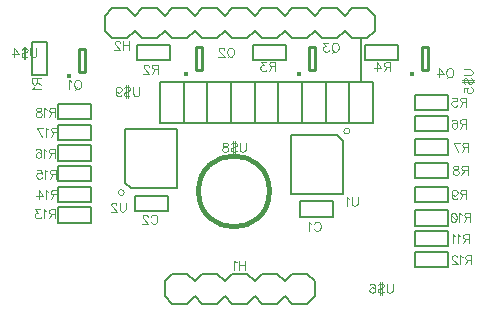
<source format=gbo>
G04 DipTrace 3.2.0.1*
G04 td_display_uBraidsII_bigtrans.GBO*
%MOIN*%
G04 #@! TF.FileFunction,Legend,Bot*
G04 #@! TF.Part,Single*
%ADD10C,0.009843*%
%ADD15C,0.005*%
%ADD17C,0.000013*%
%ADD21C,0.015424*%
%ADD23C,0.015748*%
%ADD35C,0.004632*%
%FSLAX26Y26*%
G04*
G70*
G90*
G75*
G01*
G04 BotSilk*
%LPD*%
X1492425Y683370D2*
D15*
X1382189D1*
X1492425Y734551D2*
X1382189D1*
Y683370D2*
Y734551D1*
X1492425Y683370D2*
Y734551D1*
X831008Y754236D2*
X941244D1*
X831008Y703055D2*
X941244D1*
Y754236D2*
Y703055D1*
X831008Y754236D2*
Y703055D1*
X931402Y418213D2*
X956402Y393213D1*
X1006402D1*
X1031402Y418213D1*
X1056402Y393213D1*
X1106402D1*
X1131402Y418213D1*
X1156402Y393213D1*
X1206402D1*
X1231402Y418213D1*
X1256402Y393213D1*
X1306402D1*
X1331402Y418213D1*
X1356402Y393213D1*
X1406402D1*
X1431402Y418213D2*
Y468213D1*
X1406402Y493213D2*
X1356402D1*
X1331402Y468213D1*
X1306402Y493213D1*
X1256402D1*
X1231402Y468213D1*
X1206402Y493213D1*
X1156402D1*
X1131402Y468213D1*
X1106402Y493213D1*
X1056402D1*
X1031402Y468213D1*
X1006402Y493213D1*
X956402D1*
X931402Y468213D1*
Y418213D1*
X1406402Y393213D2*
X1431402Y418213D1*
Y468213D2*
X1406402Y493213D1*
X1631402Y1354039D2*
X1606382Y1379039D1*
X1556432D1*
X1531412Y1354039D1*
X1506392Y1379039D1*
X1456442D1*
X1431422Y1354039D1*
X1406402Y1379039D1*
X1356362D1*
X1331432Y1354039D1*
X1306412Y1379039D1*
X1256372D1*
X1231442Y1354039D1*
X1206422Y1379039D1*
X1156382D1*
X1131362Y1354039D1*
X1106432Y1379039D1*
X1056392D1*
X1031372Y1354039D1*
X1006442Y1379039D1*
X956402D1*
X931382Y1354039D1*
X906362Y1379039D1*
X856412D1*
X831392Y1354039D1*
X806372Y1379039D1*
X756422D1*
X731402Y1354039D1*
Y1304039D1*
X756422Y1279039D1*
X806372D1*
X831392Y1304039D1*
X856412Y1279039D1*
X906362D1*
X931382Y1304039D1*
X956402Y1279039D1*
X1006442D1*
X1031372Y1304039D1*
X1056392Y1279039D1*
X1106432D1*
X1131362Y1304039D1*
X1156382Y1279039D1*
X1206422D1*
X1231442Y1304039D1*
X1256372Y1279039D1*
X1306412D1*
X1331432Y1304039D1*
X1356362Y1279039D1*
X1406402D1*
X1431422Y1304039D1*
X1456442Y1279039D1*
X1506392D1*
X1531412Y1304039D1*
X1556432Y1279039D1*
X1606382D1*
X1631402Y1304039D1*
Y1354039D1*
D21*
X610970Y1152180D3*
X645371Y1165305D2*
D10*
Y1244052D1*
X665046D1*
Y1165305D1*
X645371D1*
D21*
X1000318Y1158430D3*
X1034719Y1171554D2*
D10*
Y1250301D1*
X1054394D1*
Y1171554D1*
X1034719D1*
D21*
X1377390Y1158430D3*
X1411791Y1171554D2*
D10*
Y1250301D1*
X1431465D1*
Y1171554D1*
X1411791D1*
D21*
X1755107Y1158430D3*
X1789508Y1171554D2*
D10*
Y1250301D1*
X1809183D1*
Y1171554D1*
X1789508D1*
X488096Y1156992D2*
D15*
Y1267228D1*
X539277Y1156992D2*
Y1267228D1*
X488096D2*
X539277D1*
X488096Y1156992D2*
X539277D1*
X948686Y1205024D2*
X838450D1*
X948686Y1256205D2*
X838450D1*
Y1205024D2*
Y1256205D1*
X948686Y1205024D2*
Y1256205D1*
X1334794Y1205024D2*
X1224558D1*
X1334794Y1256205D2*
X1224558D1*
Y1205024D2*
Y1256205D1*
X1334794Y1205024D2*
Y1256205D1*
X1708810Y1205024D2*
X1598573D1*
X1708810Y1256205D2*
X1598573D1*
Y1205024D2*
Y1256205D1*
X1708810Y1205024D2*
Y1256205D1*
X1876283Y1037701D2*
X1766047D1*
X1876283Y1088882D2*
X1766047D1*
Y1037701D2*
Y1088882D1*
X1876283Y1037701D2*
Y1088882D1*
Y968803D2*
X1766047D1*
X1876283Y1019984D2*
X1766047D1*
Y968803D2*
Y1019984D1*
X1876283Y968803D2*
Y1019984D1*
Y890063D2*
X1766047D1*
X1876283Y941244D2*
X1766047D1*
Y890063D2*
Y941244D1*
X1876283Y890063D2*
Y941244D1*
Y811323D2*
X1766047D1*
X1876283Y862504D2*
X1766047D1*
Y811323D2*
Y862504D1*
X1876283Y811323D2*
Y862504D1*
Y732583D2*
X1766047D1*
X1876283Y783764D2*
X1766047D1*
Y732583D2*
Y783764D1*
X1876283Y732583D2*
Y783764D1*
Y653843D2*
X1766047D1*
X1876283Y705024D2*
X1766047D1*
Y653843D2*
Y705024D1*
X1876283Y653843D2*
Y705024D1*
Y584945D2*
X1766047D1*
X1876283Y636126D2*
X1766047D1*
Y584945D2*
Y636126D1*
X1876283Y584945D2*
Y636126D1*
Y516047D2*
X1766047D1*
X1876283Y567228D2*
X1766047D1*
Y516047D2*
Y567228D1*
X1876283Y516047D2*
Y567228D1*
X575102Y714866D2*
X685339D1*
X575102Y663685D2*
X685339D1*
Y714866D2*
Y663685D1*
X575102Y714866D2*
Y663685D1*
Y783764D2*
X685339D1*
X575102Y732583D2*
X685339D1*
Y783764D2*
Y732583D1*
X575102Y783764D2*
Y732583D1*
Y852661D2*
X685339D1*
X575102Y801480D2*
X685339D1*
Y852661D2*
Y801480D1*
X575102Y852661D2*
Y801480D1*
Y921559D2*
X685339D1*
X575102Y870378D2*
X685339D1*
Y921559D2*
Y870378D1*
X575102Y921559D2*
Y870378D1*
Y990457D2*
X685339D1*
X575102Y939276D2*
X685339D1*
Y990457D2*
Y939276D1*
X575102Y990457D2*
Y939276D1*
Y1059354D2*
X685339D1*
X575102Y1008173D2*
X685339D1*
Y1059354D2*
Y1008173D1*
X575102Y1059354D2*
Y1008173D1*
X1043606Y768016D2*
D23*
G02X1043606Y768016I118110J0D01*
G01*
X1527849Y968802D2*
D17*
G02X1527849Y968802I9847J0D01*
G01*
X1350704Y955033D2*
D15*
Y758173D1*
X1523910D1*
Y935345D1*
X1504243Y955033D1*
X1350704D1*
X775889Y764080D2*
D17*
G02X775889Y764080I9847J0D01*
G01*
X972729Y777849D2*
D15*
Y974709D1*
X799523D1*
Y797537D1*
X819191Y777849D1*
X972729D1*
X915654Y994394D2*
X994394D1*
X1073134D1*
X1151874D1*
X1230614D1*
X1309354D1*
X1388094D1*
X1466835D1*
X1545575D1*
X1624315D1*
Y1132189D1*
X1584945D1*
X1545575D1*
X1466835D1*
X1388094D1*
X1309354D1*
X1230614D1*
X1151874D2*
X1073134D1*
X994394D2*
X915654D1*
Y994394D1*
X994394Y1132189D2*
Y994394D1*
Y1132189D2*
X1073134D1*
Y994394D1*
X1151874Y1132189D2*
Y994394D1*
Y1132189D2*
X1230614D1*
Y994394D1*
X1309354Y1132189D2*
Y994394D1*
X1388094Y1132189D2*
Y994394D1*
X1466835Y1132189D2*
Y994394D1*
X1545575Y1132189D2*
Y994394D1*
X1584945Y1277858D2*
Y1132189D1*
X1428933Y659343D2*
D35*
X1430359Y662195D1*
X1433244Y665080D1*
X1436096Y666506D1*
X1441833D1*
X1444718Y665080D1*
X1447570Y662195D1*
X1449029Y659343D1*
X1450455Y655032D1*
Y647836D1*
X1449029Y643558D1*
X1447570Y640673D1*
X1444718Y637821D1*
X1441833Y636362D1*
X1436096D1*
X1433244Y637821D1*
X1430359Y640673D1*
X1428933Y643558D1*
X1419670Y660736D2*
X1416785Y662195D1*
X1412474Y666473D1*
Y636362D1*
X885176Y682923D2*
X886602Y685775D1*
X889487Y688660D1*
X892339Y690086D1*
X898076D1*
X900961Y688660D1*
X903813Y685775D1*
X905272Y682923D1*
X906698Y678612D1*
Y671416D1*
X905272Y667138D1*
X903813Y664253D1*
X900961Y661401D1*
X898076Y659942D1*
X892339D1*
X889487Y661401D1*
X886602Y664253D1*
X885176Y667138D1*
X874453Y682890D2*
Y684316D1*
X873027Y687201D1*
X871601Y688627D1*
X868716Y690053D1*
X862979D1*
X860127Y688627D1*
X858702Y687201D1*
X857242Y684316D1*
Y681464D1*
X858702Y678579D1*
X861553Y674301D1*
X875912Y659942D1*
X855816D1*
X1199679Y537146D2*
Y507002D1*
X1179583Y537146D2*
Y507002D1*
X1199679Y522787D2*
X1179583D1*
X1170320Y531376D2*
X1167435Y532835D1*
X1163124Y537113D1*
Y507002D1*
X812742Y1270098D2*
Y1239954D1*
X792646Y1270098D2*
Y1239954D1*
X812742Y1255739D2*
X792646D1*
X781924Y1262902D2*
Y1264328D1*
X780498Y1267213D1*
X779072Y1268639D1*
X776187Y1270065D1*
X770450D1*
X767598Y1268639D1*
X766172Y1267213D1*
X764713Y1264328D1*
Y1261476D1*
X766172Y1258591D1*
X769024Y1254313D1*
X783383Y1239954D1*
X763287D1*
X643774Y1139915D2*
X646626Y1138522D1*
X649511Y1135637D1*
X650937Y1132752D1*
X652396Y1128441D1*
Y1121278D1*
X650937Y1116967D1*
X649511Y1114115D1*
X646626Y1111230D1*
X643774Y1109804D1*
X638037D1*
X635152Y1111230D1*
X632300Y1114115D1*
X630874Y1116967D1*
X629415Y1121278D1*
Y1128441D1*
X630874Y1132752D1*
X632300Y1135637D1*
X635152Y1138522D1*
X638037Y1139915D1*
X643774D1*
X639463Y1115541D2*
X630874Y1106919D1*
X620151Y1134145D2*
X617266Y1135604D1*
X612955Y1139882D1*
Y1109771D1*
X1153845Y1247560D2*
X1156697Y1246168D1*
X1159582Y1243283D1*
X1161008Y1240398D1*
X1162467Y1236087D1*
Y1228924D1*
X1161008Y1224613D1*
X1159582Y1221761D1*
X1156697Y1218876D1*
X1153845Y1217450D1*
X1148108D1*
X1145223Y1218876D1*
X1142371Y1221761D1*
X1140945Y1224613D1*
X1139486Y1228924D1*
Y1236087D1*
X1140945Y1240398D1*
X1142371Y1243283D1*
X1145223Y1246168D1*
X1148108Y1247560D1*
X1153845D1*
X1149534Y1223187D2*
X1140945Y1214565D1*
X1128763Y1240364D2*
Y1241790D1*
X1127337Y1244675D1*
X1125911Y1246101D1*
X1123026Y1247527D1*
X1117289D1*
X1114437Y1246101D1*
X1113011Y1244675D1*
X1111552Y1241790D1*
Y1238938D1*
X1113011Y1236053D1*
X1115863Y1231776D1*
X1130222Y1217416D1*
X1110126D1*
X1501945Y1263655D2*
X1504797Y1262262D1*
X1507682Y1259377D1*
X1509108Y1256492D1*
X1510567Y1252181D1*
Y1245018D1*
X1509108Y1240707D1*
X1507682Y1237855D1*
X1504797Y1234970D1*
X1501945Y1233544D1*
X1496208D1*
X1493323Y1234970D1*
X1490471Y1237855D1*
X1489046Y1240707D1*
X1487586Y1245018D1*
Y1252181D1*
X1489046Y1256492D1*
X1490471Y1259377D1*
X1493323Y1262262D1*
X1496208Y1263655D1*
X1501945D1*
X1497634Y1239281D2*
X1489046Y1230659D1*
X1475438Y1263622D2*
X1459686D1*
X1468275Y1252148D1*
X1463964D1*
X1461112Y1250722D1*
X1459686Y1249296D1*
X1458227Y1244985D1*
Y1242133D1*
X1459686Y1237822D1*
X1462538Y1234937D1*
X1466849Y1233511D1*
X1471160D1*
X1475438Y1234937D1*
X1476864Y1236396D1*
X1478323Y1239248D1*
X1884015Y1178555D2*
X1886867Y1177162D1*
X1889752Y1174277D1*
X1891178Y1171392D1*
X1892637Y1167081D1*
Y1159918D1*
X1891178Y1155607D1*
X1889752Y1152755D1*
X1886867Y1149870D1*
X1884015Y1148444D1*
X1878278D1*
X1875393Y1149870D1*
X1872541Y1152755D1*
X1871115Y1155607D1*
X1869656Y1159918D1*
Y1167081D1*
X1871115Y1171392D1*
X1872541Y1174277D1*
X1875393Y1177162D1*
X1878278Y1178555D1*
X1884015D1*
X1879704Y1154181D2*
X1871115Y1145559D1*
X1846033Y1148411D2*
Y1178522D1*
X1860392Y1158459D1*
X1838870D1*
X503587Y1144282D2*
Y1131382D1*
X502128Y1127071D1*
X500702Y1125612D1*
X497850Y1124186D1*
X494965D1*
X492113Y1125612D1*
X490654Y1127071D1*
X489228Y1131382D1*
Y1144282D1*
X519372D1*
X503587Y1134234D2*
X519372Y1124186D1*
X494998Y1114922D2*
X493539Y1112037D1*
X489261Y1107726D1*
X519372D1*
X908638Y1176336D2*
X895738D1*
X891427Y1177795D1*
X889968Y1179221D1*
X888542Y1182073D1*
Y1184958D1*
X889968Y1187810D1*
X891427Y1189269D1*
X895738Y1190695D1*
X908638D1*
Y1160551D1*
X898590Y1176336D2*
X888542Y1160551D1*
X877819Y1183499D2*
Y1184925D1*
X876393Y1187810D1*
X874967Y1189236D1*
X872082Y1190662D1*
X866345D1*
X863493Y1189236D1*
X862068Y1187810D1*
X860608Y1184925D1*
Y1182073D1*
X862068Y1179188D1*
X864919Y1174910D1*
X879278Y1160551D1*
X859182D1*
X1299575Y1185188D2*
X1286675D1*
X1282364Y1186647D1*
X1280905Y1188073D1*
X1279479Y1190925D1*
Y1193810D1*
X1280905Y1196662D1*
X1282364Y1198121D1*
X1286675Y1199547D1*
X1299575D1*
Y1169403D1*
X1289527Y1185188D2*
X1279479Y1169403D1*
X1267331Y1199514D2*
X1251579D1*
X1260168Y1188040D1*
X1255857D1*
X1253005Y1186614D1*
X1251579Y1185188D1*
X1250120Y1180877D1*
Y1178025D1*
X1251579Y1173714D1*
X1254431Y1170829D1*
X1258742Y1169403D1*
X1263053D1*
X1267331Y1170829D1*
X1268757Y1172288D1*
X1270216Y1175140D1*
X1680741Y1183577D2*
X1667841D1*
X1663530Y1185037D1*
X1662071Y1186463D1*
X1660645Y1189314D1*
Y1192199D1*
X1662071Y1195051D1*
X1663530Y1196511D1*
X1667841Y1197936D1*
X1680741D1*
Y1167792D1*
X1670693Y1183577D2*
X1660645Y1167792D1*
X1637023D2*
Y1197903D1*
X1651382Y1177840D1*
X1629860D1*
X1935877Y1066514D2*
X1922977D1*
X1918666Y1067974D1*
X1917207Y1069400D1*
X1915781Y1072251D1*
Y1075137D1*
X1917207Y1077988D1*
X1918666Y1079448D1*
X1922977Y1080873D1*
X1935877D1*
Y1050729D1*
X1925829Y1066514D2*
X1915781Y1050729D1*
X1889307Y1080840D2*
X1903633D1*
X1905059Y1067940D1*
X1903633Y1069366D1*
X1899322Y1070825D1*
X1895044D1*
X1890733Y1069366D1*
X1887848Y1066514D1*
X1886422Y1062203D1*
Y1059352D1*
X1887848Y1055040D1*
X1890733Y1052155D1*
X1895044Y1050729D1*
X1899322D1*
X1903633Y1052155D1*
X1905059Y1053615D1*
X1906518Y1056466D1*
X1935148Y993227D2*
X1922248D1*
X1917937Y994686D1*
X1916478Y996112D1*
X1915052Y998964D1*
Y1001849D1*
X1916478Y1004701D1*
X1917937Y1006160D1*
X1922248Y1007586D1*
X1935148D1*
Y977442D1*
X1925100Y993227D2*
X1915052Y977442D1*
X1888577Y1003275D2*
X1890003Y1006127D1*
X1894314Y1007553D1*
X1897166D1*
X1901477Y1006127D1*
X1904362Y1001816D1*
X1905788Y994653D1*
Y987490D1*
X1904362Y981753D1*
X1901477Y978868D1*
X1897166Y977442D1*
X1895740D1*
X1891462Y978868D1*
X1888577Y981753D1*
X1887151Y986064D1*
Y987490D1*
X1888577Y991801D1*
X1891462Y994653D1*
X1895740Y996079D1*
X1897166D1*
X1901477Y994653D1*
X1904362Y991801D1*
X1905788Y987490D1*
X1943194Y915219D2*
X1930294D1*
X1925983Y916678D1*
X1924524Y918104D1*
X1923098Y920956D1*
Y923841D1*
X1924524Y926693D1*
X1925983Y928152D1*
X1930294Y929578D1*
X1943194D1*
Y899434D1*
X1933146Y915219D2*
X1923098Y899434D1*
X1908097D2*
X1893738Y929545D1*
X1913834D1*
X1940251Y838673D2*
X1927351D1*
X1923040Y840132D1*
X1921581Y841558D1*
X1920155Y844410D1*
Y847295D1*
X1921581Y850147D1*
X1923040Y851606D1*
X1927351Y853032D1*
X1940251D1*
Y822888D1*
X1930203Y838673D2*
X1920155Y822888D1*
X1903728Y852999D2*
X1908006Y851573D1*
X1909465Y848721D1*
Y845836D1*
X1908006Y842984D1*
X1905154Y841525D1*
X1899417Y840099D1*
X1895106Y838673D1*
X1892254Y835788D1*
X1890828Y832936D1*
Y828625D1*
X1892254Y825773D1*
X1893680Y824314D1*
X1897991Y822888D1*
X1903728D1*
X1908006Y824314D1*
X1909465Y825773D1*
X1910891Y828625D1*
Y832936D1*
X1909465Y835788D1*
X1906580Y838673D1*
X1902302Y840099D1*
X1896565Y841525D1*
X1893680Y842984D1*
X1892254Y845836D1*
Y848721D1*
X1893680Y851573D1*
X1897991Y852999D1*
X1903728D1*
X1936628Y758470D2*
X1923728D1*
X1919417Y759929D1*
X1917958Y761355D1*
X1916532Y764207D1*
Y767092D1*
X1917958Y769944D1*
X1919417Y771403D1*
X1923728Y772829D1*
X1936628D1*
Y742685D1*
X1926580Y758470D2*
X1916532Y742685D1*
X1888598Y762781D2*
X1890057Y758470D1*
X1892909Y755585D1*
X1897220Y754159D1*
X1898646D1*
X1902957Y755585D1*
X1905809Y758470D1*
X1907268Y762781D1*
Y764207D1*
X1905809Y768518D1*
X1902957Y771370D1*
X1898646Y772796D1*
X1897220D1*
X1892909Y771370D1*
X1890057Y768518D1*
X1888598Y762781D1*
Y755585D1*
X1890057Y748422D1*
X1892909Y744111D1*
X1897220Y742685D1*
X1900072D1*
X1904383Y744111D1*
X1905809Y746996D1*
X1949960Y681925D2*
X1937060D1*
X1932749Y683384D1*
X1931290Y684810D1*
X1929864Y687662D1*
Y690547D1*
X1931290Y693399D1*
X1932749Y694858D1*
X1937060Y696284D1*
X1949960D1*
Y666140D1*
X1939912Y681925D2*
X1929864Y666140D1*
X1920601Y690514D2*
X1917716Y691973D1*
X1913405Y696251D1*
Y666140D1*
X1895519Y696251D2*
X1899830Y694825D1*
X1902715Y690514D1*
X1904141Y683351D1*
Y679040D1*
X1902715Y671877D1*
X1899830Y667566D1*
X1895519Y666140D1*
X1892667D1*
X1888356Y667566D1*
X1885504Y671877D1*
X1884045Y679040D1*
Y683351D1*
X1885504Y690514D1*
X1888356Y694825D1*
X1892667Y696251D1*
X1895519D1*
X1885504Y690514D2*
X1902715Y671877D1*
X1944241Y610101D2*
X1931341D1*
X1927030Y611560D1*
X1925571Y612986D1*
X1924145Y615838D1*
Y618723D1*
X1925571Y621575D1*
X1927030Y623034D1*
X1931341Y624460D1*
X1944241D1*
Y594316D1*
X1934193Y610101D2*
X1924145Y594316D1*
X1914882Y618690D2*
X1911997Y620149D1*
X1907686Y624427D1*
Y594316D1*
X1898422Y618690D2*
X1895537Y620149D1*
X1891226Y624427D1*
Y594316D1*
X1952885Y540471D2*
X1939986D1*
X1935674Y541930D1*
X1934215Y543356D1*
X1932789Y546208D1*
Y549093D1*
X1934215Y551945D1*
X1935674Y553404D1*
X1939986Y554830D1*
X1952885D1*
Y524686D1*
X1942837Y540471D2*
X1932789Y524686D1*
X1923526Y549060D2*
X1920641Y550519D1*
X1916330Y554797D1*
Y524686D1*
X1905607Y547634D2*
Y549060D1*
X1904181Y551945D1*
X1902755Y553371D1*
X1899870Y554797D1*
X1894133D1*
X1891281Y553371D1*
X1889855Y551945D1*
X1888396Y549060D1*
Y546208D1*
X1889855Y543323D1*
X1892707Y539045D1*
X1907066Y524686D1*
X1886970D1*
X564195Y693743D2*
X551295D1*
X546984Y695202D1*
X545525Y696628D1*
X544099Y699480D1*
Y702365D1*
X545525Y705217D1*
X546984Y706676D1*
X551295Y708102D1*
X564195D1*
Y677958D1*
X554147Y693743D2*
X544099Y677958D1*
X534836Y702332D2*
X531951Y703791D1*
X527639Y708069D1*
Y677958D1*
X515491Y708069D2*
X499739D1*
X508328Y696595D1*
X504017D1*
X501165Y695169D1*
X499739Y693743D1*
X498280Y689432D1*
Y686580D1*
X499739Y682269D1*
X502591Y679384D1*
X506902Y677958D1*
X511213D1*
X515491Y679384D1*
X516917Y680843D1*
X518376Y683695D1*
X570542Y757812D2*
X557642D1*
X553331Y759271D1*
X551872Y760697D1*
X550446Y763549D1*
Y766434D1*
X551872Y769286D1*
X553331Y770745D1*
X557642Y772171D1*
X570542D1*
Y742027D1*
X560494Y757812D2*
X550446Y742027D1*
X541182Y766401D2*
X538297Y767860D1*
X533986Y772138D1*
Y742027D1*
X510364D2*
Y772138D1*
X524723Y752075D1*
X503201D1*
X568219Y825904D2*
X555319D1*
X551008Y827363D1*
X549549Y828789D1*
X548123Y831641D1*
Y834526D1*
X549549Y837378D1*
X551008Y838837D1*
X555319Y840263D1*
X568219D1*
Y810119D1*
X558171Y825904D2*
X548123Y810119D1*
X538859Y834493D2*
X535974Y835952D1*
X531663Y840230D1*
Y810119D1*
X505189Y840230D2*
X519514D1*
X520940Y827330D1*
X519514Y828756D1*
X515203Y830215D1*
X510926D1*
X506615Y828756D1*
X503730Y825904D1*
X502304Y821593D1*
Y818741D1*
X503730Y814430D1*
X506615Y811545D1*
X510926Y810119D1*
X515203D1*
X519514Y811545D1*
X520940Y813004D1*
X522400Y815856D1*
X565076Y895608D2*
X552176D1*
X547865Y897067D1*
X546406Y898493D1*
X544980Y901345D1*
Y904230D1*
X546406Y907082D1*
X547865Y908541D1*
X552176Y909967D1*
X565076D1*
Y879823D1*
X555028Y895608D2*
X544980Y879823D1*
X535716Y904197D2*
X532831Y905656D1*
X528520Y909933D1*
Y879823D1*
X502046Y905656D2*
X503472Y908508D1*
X507783Y909933D1*
X510635D1*
X514946Y908508D1*
X517831Y904197D1*
X519257Y897034D1*
Y889871D1*
X517831Y884134D1*
X514946Y881249D1*
X510635Y879823D1*
X509209D1*
X504931Y881249D1*
X502046Y884134D1*
X500620Y888445D1*
Y889871D1*
X502046Y894182D1*
X504931Y897034D1*
X509209Y898460D1*
X510635D1*
X514946Y897034D1*
X517831Y894182D1*
X519257Y889871D1*
X572242Y966114D2*
X559342D1*
X555031Y967573D1*
X553572Y968999D1*
X552146Y971851D1*
Y974736D1*
X553572Y977588D1*
X555031Y979047D1*
X559342Y980473D1*
X572242D1*
Y950329D1*
X562194Y966114D2*
X552146Y950329D1*
X542883Y974703D2*
X539998Y976162D1*
X535687Y980440D1*
Y950329D1*
X520686D2*
X506327Y980440D1*
X526423D1*
X566593Y1031793D2*
X553693D1*
X549382Y1033252D1*
X547923Y1034678D1*
X546497Y1037530D1*
Y1040415D1*
X547923Y1043267D1*
X549382Y1044726D1*
X553693Y1046152D1*
X566593D1*
Y1016008D1*
X556545Y1031793D2*
X546497Y1016008D1*
X537234Y1040382D2*
X534349Y1041841D1*
X530038Y1046119D1*
Y1016008D1*
X513611Y1046119D2*
X517889Y1044693D1*
X519348Y1041841D1*
Y1038956D1*
X517889Y1036104D1*
X515037Y1034645D1*
X509300Y1033219D1*
X504989Y1031793D1*
X502137Y1028908D1*
X500711Y1026056D1*
Y1021745D1*
X502137Y1018893D1*
X503563Y1017434D1*
X507874Y1016008D1*
X513611D1*
X517889Y1017434D1*
X519348Y1018893D1*
X520774Y1021745D1*
Y1026056D1*
X519348Y1028908D1*
X516463Y1031793D1*
X512185Y1033219D1*
X506448Y1034645D1*
X503563Y1036104D1*
X502137Y1038956D1*
Y1041841D1*
X503563Y1044693D1*
X507874Y1046119D1*
X513611D1*
X503002Y1245020D2*
Y1223499D1*
X501576Y1219187D1*
X498691Y1216336D1*
X494380Y1214876D1*
X491528D1*
X487217Y1216336D1*
X484332Y1219187D1*
X482906Y1223499D1*
Y1245020D1*
X466479Y1250741D2*
Y1209123D1*
X460742Y1250741D2*
Y1209123D1*
X453579Y1240693D2*
X456431Y1243545D1*
X460742Y1244971D1*
X466479D1*
X470757Y1243545D1*
X473642Y1240693D1*
Y1237808D1*
X472216Y1234956D1*
X470757Y1233497D1*
X467905Y1232071D1*
X459316Y1229219D1*
X456431Y1227760D1*
X455005Y1226334D1*
X453579Y1223482D1*
Y1219171D1*
X456431Y1216286D1*
X460742Y1214860D1*
X466479D1*
X470757Y1216286D1*
X473642Y1219171D1*
X429957Y1214876D2*
Y1244987D1*
X444316Y1224924D1*
X422794D1*
X1927341Y1174390D2*
X1948863D1*
X1953174Y1172964D1*
X1956026Y1170079D1*
X1957485Y1165768D1*
Y1162916D1*
X1956026Y1158605D1*
X1953174Y1155720D1*
X1948863Y1154294D1*
X1927341D1*
X1921621Y1137867D2*
X1963238D1*
X1921621Y1132130D2*
X1963238D1*
X1931669Y1124967D2*
X1928817Y1127819D1*
X1927391Y1132130D1*
Y1137867D1*
X1928817Y1142145D1*
X1931669Y1145030D1*
X1934554D1*
X1937406Y1143604D1*
X1938865Y1142145D1*
X1940291Y1139293D1*
X1943143Y1130704D1*
X1944602Y1127819D1*
X1946028Y1126393D1*
X1948879Y1124967D1*
X1953191D1*
X1956076Y1127819D1*
X1957502Y1132130D1*
Y1137867D1*
X1956076Y1142145D1*
X1953190Y1145030D1*
X1927374Y1098493D2*
Y1112819D1*
X1940274Y1114245D1*
X1938848Y1112819D1*
X1937389Y1108508D1*
Y1104230D1*
X1938848Y1099919D1*
X1941700Y1097034D1*
X1946011Y1095608D1*
X1948863D1*
X1953174Y1097034D1*
X1956059Y1099919D1*
X1957485Y1104230D1*
Y1108508D1*
X1956059Y1112819D1*
X1954600Y1114245D1*
X1951748Y1115704D1*
X1690770Y459943D2*
Y438421D1*
X1689344Y434110D1*
X1686459Y431258D1*
X1682148Y429799D1*
X1679296D1*
X1674985Y431258D1*
X1672100Y434110D1*
X1670674Y438421D1*
Y459943D1*
X1654248Y465663D2*
Y424045D1*
X1648511Y465663D2*
Y424045D1*
X1641348Y455615D2*
X1644200Y458467D1*
X1648511Y459893D1*
X1654248D1*
X1658526Y458467D1*
X1661411Y455615D1*
Y452730D1*
X1659985Y449878D1*
X1658526Y448419D1*
X1655674Y446993D1*
X1647085Y444141D1*
X1644200Y442682D1*
X1642774Y441256D1*
X1641348Y438404D1*
Y434093D1*
X1644200Y431208D1*
X1648511Y429782D1*
X1654248D1*
X1658526Y431208D1*
X1661411Y434093D1*
X1614873Y455632D2*
X1616299Y458484D1*
X1620610Y459910D1*
X1623462D1*
X1627773Y458484D1*
X1630658Y454173D1*
X1632084Y447010D1*
Y439847D1*
X1630658Y434110D1*
X1627773Y431225D1*
X1623462Y429799D1*
X1622036D1*
X1617759Y431225D1*
X1614873Y434110D1*
X1613448Y438421D1*
Y439847D1*
X1614873Y444158D1*
X1617759Y447010D1*
X1622036Y448436D1*
X1623462D1*
X1627773Y447010D1*
X1630658Y444158D1*
X1632084Y439847D1*
X1201091Y930060D2*
Y908538D1*
X1199665Y904227D1*
X1196780Y901375D1*
X1192469Y899916D1*
X1189617D1*
X1185306Y901375D1*
X1182421Y904227D1*
X1180995Y908538D1*
Y930060D1*
X1164568Y935780D2*
Y894162D1*
X1158831Y935780D2*
Y894162D1*
X1151669Y925732D2*
X1154520Y928584D1*
X1158831Y930010D1*
X1164568D1*
X1168846Y928584D1*
X1171731Y925732D1*
Y922847D1*
X1170305Y919995D1*
X1168846Y918536D1*
X1165994Y917110D1*
X1157406Y914258D1*
X1154520Y912799D1*
X1153094Y911373D1*
X1151669Y908521D1*
Y904210D1*
X1154520Y901325D1*
X1158831Y899899D1*
X1164568D1*
X1168846Y901325D1*
X1171731Y904210D1*
X1135242Y930027D2*
X1139520Y928601D1*
X1140979Y925749D1*
Y922864D1*
X1139520Y920012D1*
X1136668Y918553D1*
X1130931Y917127D1*
X1126620Y915701D1*
X1123768Y912816D1*
X1122342Y909964D1*
Y905653D1*
X1123768Y902801D1*
X1125194Y901342D1*
X1129505Y899916D1*
X1135242D1*
X1139520Y901342D1*
X1140979Y902801D1*
X1142405Y905653D1*
Y909964D1*
X1140979Y912816D1*
X1138094Y915701D1*
X1133816Y917127D1*
X1128079Y918553D1*
X1125194Y920012D1*
X1123768Y922864D1*
Y925749D1*
X1125194Y928601D1*
X1129505Y930027D1*
X1135242D1*
X845564Y1116225D2*
Y1094703D1*
X844138Y1090392D1*
X841253Y1087540D1*
X836942Y1086081D1*
X834090D1*
X829779Y1087540D1*
X826894Y1090392D1*
X825468Y1094703D1*
Y1116225D1*
X809041Y1121946D2*
Y1080328D1*
X803304Y1121946D2*
Y1080328D1*
X796141Y1111898D2*
X798993Y1114749D1*
X803304Y1116175D1*
X809041D1*
X813319Y1114749D1*
X816204Y1111898D1*
Y1109013D1*
X814778Y1106161D1*
X813319Y1104701D1*
X810467Y1103276D1*
X801878Y1100424D1*
X798993Y1098965D1*
X797567Y1097539D1*
X796141Y1094687D1*
Y1090376D1*
X798993Y1087491D1*
X803304Y1086065D1*
X809041D1*
X813319Y1087491D1*
X816204Y1090376D1*
X768208Y1106177D2*
X769667Y1101866D1*
X772519Y1098981D1*
X776830Y1097555D1*
X778256D1*
X782567Y1098981D1*
X785419Y1101866D1*
X786878Y1106177D1*
Y1107603D1*
X785419Y1111914D1*
X782567Y1114766D1*
X778256Y1116192D1*
X776830D1*
X772519Y1114766D1*
X769667Y1111914D1*
X768208Y1106177D1*
Y1098981D1*
X769667Y1091818D1*
X772519Y1087507D1*
X776830Y1086081D1*
X779682D1*
X783993Y1087507D1*
X785419Y1090392D1*
X1574380Y749935D2*
Y728413D1*
X1572954Y724102D1*
X1570069Y721250D1*
X1565758Y719791D1*
X1562906D1*
X1558595Y721250D1*
X1555710Y724102D1*
X1554284Y728413D1*
Y749935D1*
X1545021Y744165D2*
X1542136Y745624D1*
X1537825Y749902D1*
Y719791D1*
X800822Y730418D2*
Y708896D1*
X799396Y704585D1*
X796511Y701733D1*
X792200Y700274D1*
X789348D1*
X785037Y701733D1*
X782152Y704585D1*
X780726Y708896D1*
Y730418D1*
X770004Y723222D2*
Y724648D1*
X768578Y727533D1*
X767152Y728959D1*
X764267Y730385D1*
X758530D1*
X755678Y728959D1*
X754252Y727533D1*
X752793Y724648D1*
Y721796D1*
X754252Y718911D1*
X757104Y714633D1*
X771463Y700274D1*
X751367D1*
M02*

</source>
